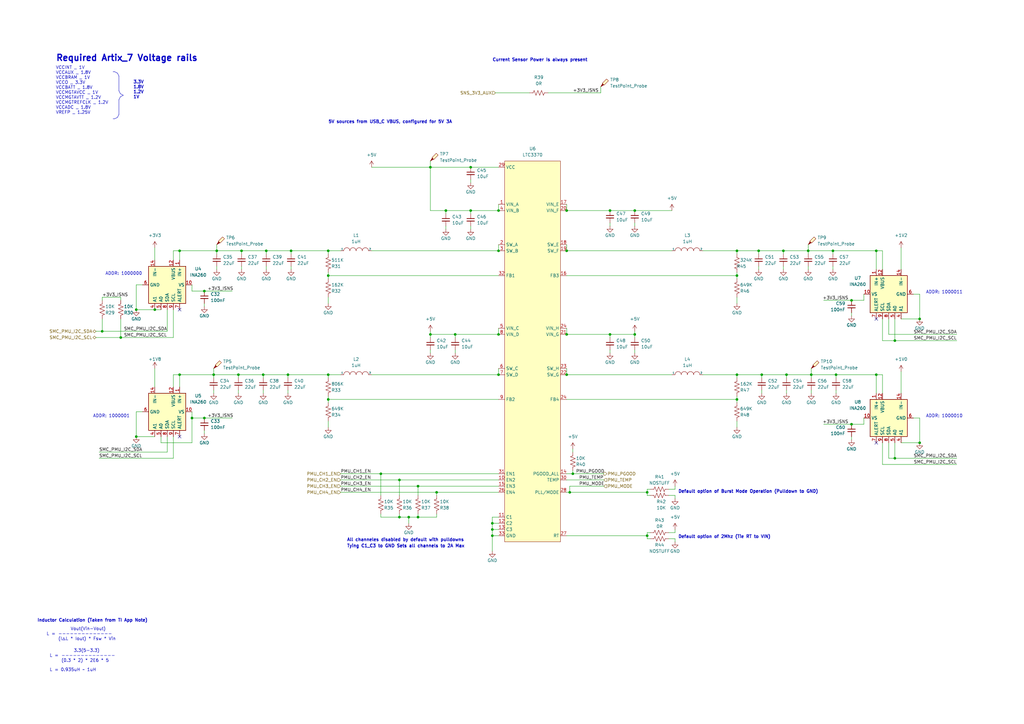
<source format=kicad_sch>
(kicad_sch (version 20211123) (generator eeschema)
  (paper "A3")
  (title_block (title "Power Management Unit") (date "2023-03-01") (rev "A") (comment 1 "Designed by Dragon Enjoyer :3"))
  (junction (at 312.42 153.67))
  (junction (at 83.82 171.45))
  (junction (at 109.22 102.87))
  (junction (at 232.41 86.36))
  (junction (at 171.45 199.39))
  (junction (at 265.43 219.71))
  (junction (at 176.53 137.16))
  (junction (at 367.03 139.7))
  (junction (at 349.25 173.99))
  (junction (at 176.53 68.58))
  (junction (at 78.74 171.45))
  (junction (at 134.62 113.03))
  (junction (at 201.93 219.71))
  (junction (at 311.15 102.87))
  (junction (at 63.5 127))
  (junction (at 302.26 113.03))
  (junction (at 87.63 153.67))
  (junction (at 302.26 102.87))
  (junction (at 359.41 153.67))
  (junction (at 201.93 217.17))
  (junction (at 134.62 163.83))
  (junction (at 167.64 212.09))
  (junction (at 88.9 102.87))
  (junction (at 260.35 86.36))
  (junction (at 232.41 137.16))
  (junction (at 377.19 181.61))
  (junction (at 119.38 102.87))
  (junction (at 349.25 123.19))
  (junction (at 201.93 214.63))
  (junction (at 134.62 102.87))
  (junction (at 49.53 138.43))
  (junction (at 204.47 153.67))
  (junction (at 204.47 102.87))
  (junction (at 73.66 153.67))
  (junction (at 83.82 119.38))
  (junction (at 377.19 130.81))
  (junction (at 171.45 212.09))
  (junction (at 250.19 137.16))
  (junction (at 55.88 127))
  (junction (at 156.21 194.31))
  (junction (at 193.04 86.36))
  (junction (at 179.07 201.93))
  (junction (at 99.06 102.87))
  (junction (at 204.47 86.36))
  (junction (at 97.79 153.67))
  (junction (at 302.26 153.67))
  (junction (at 163.83 196.85))
  (junction (at 193.04 68.58))
  (junction (at 107.95 153.67))
  (junction (at 118.11 153.67))
  (junction (at 250.19 86.36))
  (junction (at 182.88 86.36))
  (junction (at 331.47 102.87))
  (junction (at 367.03 187.96))
  (junction (at 186.69 137.16))
  (junction (at 163.83 212.09))
  (junction (at 260.35 137.16))
  (junction (at 55.88 179.07))
  (junction (at 302.26 163.83))
  (junction (at 321.31 102.87))
  (junction (at 41.91 135.89))
  (junction (at 332.74 153.67))
  (junction (at 234.95 194.31))
  (junction (at 322.58 153.67))
  (junction (at 233.68 201.93))
  (junction (at 265.43 201.93))
  (junction (at 342.9 153.67))
  (junction (at 359.41 102.87))
  (junction (at 204.47 137.16))
  (junction (at 341.63 102.87))
  (junction (at 73.66 102.87))
  (junction (at 232.41 102.87))
  (junction (at 232.41 153.67))
  (junction (at 134.62 153.67))
  (no_connect (at 359.41 181.61))
  (no_connect (at 359.41 130.81))
  (no_connect (at 73.66 179.07))
  (no_connect (at 73.66 127))
  (wire (pts (xy 78.74 119.38) (xy 78.74 116.84)))
  (wire (pts (xy 260.35 137.16) (xy 260.35 135.89)))
  (wire (pts (xy 88.9 104.14) (xy 88.9 102.87)))
  (wire (pts (xy 204.47 151.13) (xy 204.47 153.67)))
  (wire (pts (xy 134.62 162.56) (xy 134.62 163.83)))
  (wire (pts (xy 342.9 153.67) (xy 332.74 153.67)))
  (wire (pts (xy 265.43 200.66) (xy 265.43 201.93)))
  (wire (pts (xy 364.49 130.81) (xy 364.49 137.16)))
  (wire (pts (xy 232.41 151.13) (xy 232.41 153.67)))
  (wire (pts (xy 332.74 161.29) (xy 332.74 160.02)))
  (wire (pts (xy 119.38 110.49) (xy 119.38 109.22)))
  (wire (pts (xy 232.41 102.87) (xy 275.59 102.87)))
  (wire (pts (xy 193.04 68.58) (xy 204.47 68.58)))
  (wire (pts (xy 118.11 153.67) (xy 134.62 153.67)))
  (wire (pts (xy 312.42 161.29) (xy 312.42 160.02)))
  (wire (pts (xy 118.11 153.67) (xy 118.11 154.94)))
  (wire (pts (xy 58.42 116.84) (xy 55.88 116.84)))
  (wire (pts (xy 134.62 102.87) (xy 134.62 104.14)))
  (wire (pts (xy 302.26 153.67) (xy 312.42 153.67)))
  (wire (pts (xy 361.95 181.61) (xy 361.95 190.5)))
  (wire (pts (xy 265.43 219.71) (xy 265.43 220.98)))
  (wire (pts (xy 232.41 137.16) (xy 250.19 137.16)))
  (wire (pts (xy 119.38 102.87) (xy 119.38 104.14)))
  (wire (pts (xy 354.33 173.99) (xy 349.25 173.99)))
  (wire (pts (xy 321.31 102.87) (xy 331.47 102.87)))
  (wire (pts (xy 276.86 220.98) (xy 276.86 222.25)))
  (wire (pts (xy 331.47 110.49) (xy 331.47 109.22)))
  (wire (pts (xy 201.93 214.63) (xy 201.93 217.17)))
  (wire (pts (xy 109.22 110.49) (xy 109.22 109.22)))
  (wire (pts (xy 71.12 179.07) (xy 71.12 187.96)))
  (wire (pts (xy 176.53 137.16) (xy 186.69 137.16)))
  (wire (pts (xy 182.88 86.36) (xy 193.04 86.36)))
  (wire (pts (xy 163.83 196.85) (xy 163.83 203.2)))
  (wire (pts (xy 66.04 179.07) (xy 66.04 181.61)))
  (wire (pts (xy 134.62 153.67) (xy 134.62 154.94)))
  (wire (pts (xy 342.9 154.94) (xy 342.9 153.67)))
  (wire (pts (xy 250.19 144.78) (xy 250.19 143.51)))
  (wire (pts (xy 134.62 111.76) (xy 134.62 113.03)))
  (wire (pts (xy 201.93 217.17) (xy 204.47 217.17)))
  (wire (pts (xy 232.41 86.36) (xy 250.19 86.36)))
  (wire (pts (xy 41.91 121.92) (xy 41.91 123.19)))
  (wire (pts (xy 232.41 153.67) (xy 275.59 153.67)))
  (wire (pts (xy 302.26 113.03) (xy 302.26 114.3)))
  (wire (pts (xy 331.47 104.14) (xy 331.47 102.87)))
  (wire (pts (xy 179.07 201.93) (xy 204.47 201.93)))
  (wire (pts (xy 167.64 212.09) (xy 171.45 212.09)))
  (wire (pts (xy 233.68 201.93) (xy 233.68 199.39)))
  (wire (pts (xy 134.62 163.83) (xy 134.62 165.1)))
  (wire (pts (xy 87.63 153.67) (xy 97.79 153.67)))
  (wire (pts (xy 331.47 100.33) (xy 331.47 102.87)))
  (wire (pts (xy 73.66 102.87) (xy 73.66 106.68)))
  (wire (pts (xy 342.9 153.67) (xy 359.41 153.67)))
  (wire (pts (xy 176.53 144.78) (xy 176.53 143.51)))
  (wire (pts (xy 186.69 138.43) (xy 186.69 137.16)))
  (wire (pts (xy 176.53 138.43) (xy 176.53 137.16)))
  (wire (pts (xy 109.22 104.14) (xy 109.22 102.87)))
  (wire (pts (xy 341.63 110.49) (xy 341.63 109.22)))
  (wire (pts (xy 171.45 212.09) (xy 179.07 212.09)))
  (wire (pts (xy 312.42 153.67) (xy 312.42 154.94)))
  (wire (pts (xy 83.82 119.38) (xy 95.25 119.38)))
  (wire (pts (xy 302.26 111.76) (xy 302.26 113.03)))
  (wire (pts (xy 87.63 161.29) (xy 87.63 160.02)))
  (wire (pts (xy 377.19 130.81) (xy 369.57 130.81)))
  (wire (pts (xy 156.21 212.09) (xy 163.83 212.09)))
  (wire (pts (xy 232.41 194.31) (xy 234.95 194.31)))
  (wire (pts (xy 71.12 158.75) (xy 71.12 153.67)))
  (wire (pts (xy 176.53 135.89) (xy 176.53 137.16)))
  (wire (pts (xy 204.47 134.62) (xy 204.47 137.16)))
  (wire (pts (xy 55.88 179.07) (xy 63.5 179.07)))
  (wire (pts (xy 359.41 102.87) (xy 359.41 110.49)))
  (wire (pts (xy 55.88 168.91) (xy 55.88 179.07)))
  (wire (pts (xy 193.04 86.36) (xy 204.47 86.36)))
  (wire (pts (xy 40.64 187.96) (xy 71.12 187.96)))
  (wire (pts (xy 71.12 127) (xy 71.12 138.43)))
  (wire (pts (xy 349.25 173.99) (xy 337.82 173.99)))
  (wire (pts (xy 250.19 92.71) (xy 250.19 91.44)))
  (wire (pts (xy 139.7 196.85) (xy 163.83 196.85)))
  (wire (pts (xy 71.12 153.67) (xy 73.66 153.67)))
  (wire (pts (xy 83.82 124.46) (xy 83.82 125.73)))
  (wire (pts (xy 302.26 102.87) (xy 302.26 104.14)))
  (wire (pts (xy 58.42 168.91) (xy 55.88 168.91)))
  (wire (pts (xy 332.74 151.13) (xy 332.74 153.67)))
  (wire (pts (xy 302.26 163.83) (xy 302.26 165.1)))
  (wire (pts (xy 201.93 212.09) (xy 201.93 214.63)))
  (wire (pts (xy 260.35 144.78) (xy 260.35 143.51)))
  (wire (pts (xy 361.95 110.49) (xy 361.95 102.87)))
  (wire (pts (xy 374.65 120.65) (xy 377.19 120.65)))
  (wire (pts (xy 73.66 153.67) (xy 87.63 153.67)))
  (wire (pts (xy 302.26 153.67) (xy 302.26 154.94)))
  (wire (pts (xy 99.06 102.87) (xy 99.06 104.14)))
  (wire (pts (xy 88.9 100.33) (xy 88.9 102.87)))
  (wire (pts (xy 265.43 218.44) (xy 265.43 219.71)))
  (wire (pts (xy 87.63 151.13) (xy 87.63 153.67)))
  (wire (pts (xy 171.45 199.39) (xy 171.45 203.2)))
  (wire (pts (xy 182.88 93.98) (xy 182.88 92.71)))
  (wire (pts (xy 63.5 106.68) (xy 63.5 101.6)))
  (wire (pts (xy 288.29 102.87) (xy 302.26 102.87)))
  (wire (pts (xy 88.9 102.87) (xy 99.06 102.87)))
  (wire (pts (xy 193.04 87.63) (xy 193.04 86.36)))
  (wire (pts (xy 49.53 121.92) (xy 41.91 121.92)))
  (wire (pts (xy 260.35 92.71) (xy 260.35 91.44)))
  (wire (pts (xy 250.19 86.36) (xy 260.35 86.36)))
  (wire (pts (xy 274.32 203.2) (xy 276.86 203.2)))
  (wire (pts (xy 361.95 190.5) (xy 392.43 190.5)))
  (wire (pts (xy 232.41 201.93) (xy 233.68 201.93)))
  (wire (pts (xy 176.53 66.04) (xy 176.53 68.58)))
  (wire (pts (xy 119.38 102.87) (xy 134.62 102.87)))
  (wire (pts (xy 83.82 171.45) (xy 95.25 171.45)))
  (wire (pts (xy 341.63 102.87) (xy 341.63 104.14)))
  (wire (pts (xy 234.95 184.15) (xy 234.95 185.42)))
  (wire (pts (xy 392.43 137.16) (xy 364.49 137.16)))
  (wire (pts (xy 311.15 102.87) (xy 321.31 102.87)))
  (wire (pts (xy 354.33 173.99) (xy 354.33 171.45)))
  (wire (pts (xy 377.19 171.45) (xy 377.19 181.61)))
  (wire (pts (xy 367.03 181.61) (xy 367.03 187.96)))
  (wire (pts (xy 163.83 196.85) (xy 204.47 196.85)))
  (wire (pts (xy 201.93 214.63) (xy 204.47 214.63)))
  (wire (pts (xy 364.49 181.61) (xy 364.49 187.96)))
  (wire (pts (xy 134.62 113.03) (xy 204.47 113.03)))
  (wire (pts (xy 73.66 102.87) (xy 88.9 102.87)))
  (wire (pts (xy 83.82 176.53) (xy 83.82 177.8)))
  (wire (pts (xy 193.04 93.98) (xy 193.04 92.71)))
  (wire (pts (xy 171.45 199.39) (xy 204.47 199.39)))
  (wire (pts (xy 367.03 139.7) (xy 361.95 139.7)))
  (wire (pts (xy 302.26 162.56) (xy 302.26 163.83)))
  (wire (pts (xy 332.74 153.67) (xy 332.74 154.94)))
  (wire (pts (xy 139.7 201.93) (xy 179.07 201.93)))
  (wire (pts (xy 232.41 83.82) (xy 232.41 86.36)))
  (wire (pts (xy 311.15 104.14) (xy 311.15 102.87)))
  (wire (pts (xy 233.68 201.93) (xy 265.43 201.93)))
  (wire (pts (xy 152.4 102.87) (xy 204.47 102.87)))
  (wire (pts (xy 265.43 220.98) (xy 266.7 220.98)))
  (wire (pts (xy 78.74 119.38) (xy 83.82 119.38)))
  (wire (pts (xy 266.7 218.44) (xy 265.43 218.44)))
  (wire (pts (xy 97.79 153.67) (xy 97.79 154.94)))
  (wire (pts (xy 266.7 200.66) (xy 265.43 200.66)))
  (wire (pts (xy 134.62 172.72) (xy 134.62 175.26)))
  (wire (pts (xy 341.63 102.87) (xy 359.41 102.87)))
  (wire (pts (xy 134.62 113.03) (xy 134.62 114.3)))
  (wire (pts (xy 41.91 135.89) (xy 68.58 135.89)))
  (wire (pts (xy 274.32 200.66) (xy 276.86 200.66)))
  (wire (pts (xy 139.7 194.31) (xy 156.21 194.31)))
  (wire (pts (xy 41.91 130.81) (xy 41.91 135.89)))
  (wire (pts (xy 302.26 121.92) (xy 302.26 124.46)))
  (wire (pts (xy 134.62 153.67) (xy 139.7 153.67)))
  (wire (pts (xy 204.47 100.33) (xy 204.47 102.87)))
  (wire (pts (xy 171.45 210.82) (xy 171.45 212.09)))
  (wire (pts (xy 311.15 110.49) (xy 311.15 109.22)))
  (wire (pts (xy 179.07 210.82) (xy 179.07 212.09)))
  (wire (pts (xy 250.19 138.43) (xy 250.19 137.16)))
  (wire (pts (xy 288.29 153.67) (xy 302.26 153.67)))
  (wire (pts (xy 232.41 219.71) (xy 265.43 219.71)))
  (wire (pts (xy 361.95 130.81) (xy 361.95 139.7)))
  (wire (pts (xy 156.21 194.31) (xy 156.21 203.2)))
  (wire (pts (xy 39.37 135.89) (xy 41.91 135.89)))
  (wire (pts (xy 78.74 171.45) (xy 78.74 181.61)))
  (wire (pts (xy 99.06 110.49) (xy 99.06 109.22)))
  (wire (pts (xy 234.95 194.31) (xy 247.65 194.31)))
  (wire (pts (xy 232.41 196.85) (xy 247.65 196.85)))
  (wire (pts (xy 163.83 210.82) (xy 163.83 212.09)))
  (wire (pts (xy 232.41 134.62) (xy 232.41 137.16)))
  (wire (pts (xy 274.32 220.98) (xy 276.86 220.98)))
  (wire (pts (xy 312.42 153.67) (xy 322.58 153.67)))
  (wire (pts (xy 322.58 154.94) (xy 322.58 153.67)))
  (wire (pts (xy 342.9 161.29) (xy 342.9 160.02)))
  (wire (pts (xy 182.88 87.63) (xy 182.88 86.36)))
  (wire (pts (xy 276.86 217.17) (xy 276.86 218.44)))
  (wire (pts (xy 73.66 102.87) (xy 71.12 102.87)))
  (wire (pts (xy 49.53 123.19) (xy 49.53 121.92)))
  (wire (pts (xy 40.64 185.42) (xy 68.58 185.42)))
  (wire (pts (xy 276.86 199.39) (xy 276.86 200.66)))
  (wire (pts (xy 55.88 116.84) (xy 55.88 127)))
  (wire (pts (xy 186.69 137.16) (xy 204.47 137.16)))
  (wire (pts (xy 302.26 113.03) (xy 232.41 113.03)))
  (wire (pts (xy 361.95 102.87) (xy 359.41 102.87)))
  (wire (pts (xy 367.03 187.96) (xy 392.43 187.96)))
  (wire (pts (xy 392.43 139.7) (xy 367.03 139.7)))
  (wire (pts (xy 276.86 203.2) (xy 276.86 204.47)))
  (wire (pts (xy 107.95 161.29) (xy 107.95 160.02)))
  (wire (pts (xy 156.21 194.31) (xy 204.47 194.31)))
  (wire (pts (xy 71.12 102.87) (xy 71.12 106.68)))
  (wire (pts (xy 193.04 74.93) (xy 193.04 73.66)))
  (wire (pts (xy 369.57 152.4) (xy 369.57 161.29)))
  (wire (pts (xy 152.4 153.67) (xy 204.47 153.67)))
  (wire (pts (xy 322.58 161.29) (xy 322.58 160.02)))
  (wire (pts (xy 265.43 203.2) (xy 266.7 203.2)))
  (wire (pts (xy 331.47 102.87) (xy 341.63 102.87)))
  (wire (pts (xy 246.38 35.56) (xy 246.38 38.1)))
  (wire (pts (xy 118.11 161.29) (xy 118.11 160.02)))
  (wire (pts (xy 322.58 153.67) (xy 332.74 153.67)))
  (wire (pts (xy 361.95 161.29) (xy 361.95 153.67)))
  (wire (pts (xy 201.93 217.17) (xy 201.93 219.71)))
  (wire (pts (xy 163.83 212.09) (xy 167.64 212.09)))
  (wire (pts (xy 186.69 144.78) (xy 186.69 143.51)))
  (wire (pts (xy 68.58 127) (xy 68.58 135.89)))
  (wire (pts (xy 302.26 163.83) (xy 232.41 163.83)))
  (wire (pts (xy 39.37 138.43) (xy 49.53 138.43)))
  (wire (pts (xy 349.25 179.07) (xy 349.25 180.34)))
  (wire (pts (xy 367.03 130.81) (xy 367.03 139.7)))
  (wire (pts (xy 201.93 219.71) (xy 201.93 226.06)))
  (wire (pts (xy 374.65 171.45) (xy 377.19 171.45)))
  (wire (pts (xy 134.62 121.92) (xy 134.62 124.46)))
  (wire (pts (xy 234.95 193.04) (xy 234.95 194.31)))
  (wire (pts (xy 78.74 171.45) (xy 78.74 168.91)))
  (wire (pts (xy 377.19 181.61) (xy 369.57 181.61)))
  (wire (pts (xy 99.06 102.87) (xy 109.22 102.87)))
  (wire (pts (xy 179.07 201.93) (xy 179.07 203.2)))
  (wire (pts (xy 361.95 153.67) (xy 359.41 153.67)))
  (wire (pts (xy 49.53 130.81) (xy 49.53 138.43)))
  (wire (pts (xy 55.88 127) (xy 63.5 127)))
  (wire (pts (xy 134.62 163.83) (xy 204.47 163.83)))
  (wire (pts (xy 260.35 86.36) (xy 275.59 86.36)))
  (wire (pts (xy 134.62 102.87) (xy 139.7 102.87)))
  (wire (pts (xy 204.47 219.71) (xy 201.93 219.71)))
  (wire (pts (xy 152.4 68.58) (xy 176.53 68.58)))
  (wire (pts (xy 97.79 153.67) (xy 107.95 153.67)))
  (wire (pts (xy 97.79 161.29) (xy 97.79 160.02)))
  (wire (pts (xy 354.33 123.19) (xy 349.25 123.19)))
  (wire (pts (xy 232.41 100.33) (xy 232.41 102.87)))
  (wire (pts (xy 182.88 86.36) (xy 176.53 86.36)))
  (wire (pts (xy 68.58 179.07) (xy 68.58 185.42)))
  (wire (pts (xy 364.49 187.96) (xy 367.03 187.96)))
  (wire (pts (xy 369.57 101.6) (xy 369.57 110.49)))
  (wire (pts (xy 109.22 102.87) (xy 119.38 102.87)))
  (wire (pts (xy 49.53 138.43) (xy 71.12 138.43)))
  (wire (pts (xy 349.25 123.19) (xy 337.82 123.19)))
  (wire (pts (xy 87.63 154.94) (xy 87.63 153.67)))
  (wire (pts (xy 156.21 210.82) (xy 156.21 212.09)))
  (wire (pts (xy 204.47 212.09) (xy 201.93 212.09)))
  (wire (pts (xy 359.41 153.67) (xy 359.41 161.29)))
  (wire (pts (xy 274.32 218.44) (xy 276.86 218.44)))
  (wire (pts (xy 377.19 120.65) (xy 377.19 130.81)))
  (wire (pts (xy 349.25 128.27) (xy 349.25 129.54)))
  (wire (pts (xy 78.74 171.45) (xy 83.82 171.45)))
  (wire (pts (xy 107.95 154.94) (xy 107.95 153.67)))
  (wire (pts (xy 176.53 68.58) (xy 176.53 86.36)))
  (wire (pts (xy 302.26 102.87) (xy 311.15 102.87)))
  (wire (pts (xy 302.26 172.72) (xy 302.26 175.26)))
  (wire (pts (xy 260.35 138.43) (xy 260.35 137.16)))
  (wire (pts (xy 204.47 83.82) (xy 204.47 86.36)))
  (wire (pts (xy 73.66 153.67) (xy 73.66 158.75)))
  (wire (pts (xy 233.68 199.39) (xy 247.65 199.39)))
  (wire (pts (xy 321.31 104.14) (xy 321.31 102.87)))
  (wire (pts (xy 107.95 153.67) (xy 118.11 153.67)))
  (wire (pts (xy 265.43 201.93) (xy 265.43 203.2)))
  (wire (pts (xy 250.19 137.16) (xy 260.35 137.16)))
  (wire (pts (xy 63.5 127) (xy 66.04 127)))
  (wire (pts (xy 321.31 110.49) (xy 321.31 109.22)))
  (wire (pts (xy 176.53 68.58) (xy 193.04 68.58)))
  (wire (pts (xy 66.04 181.61) (xy 78.74 181.61)))
  (wire (pts (xy 167.64 212.09) (xy 167.64 214.63)))
  (wire (pts (xy 88.9 110.49) (xy 88.9 109.22)))
  (wire (pts (xy 63.5 158.75) (xy 63.5 151.13)))
  (wire (pts (xy 139.7 199.39) (xy 171.45 199.39)))
  (wire (pts (xy 354.33 123.19) (xy 354.33 120.65)))
  (wire (pts (xy 246.38 38.1) (xy 224.79 38.1)))
  (wire (pts (xy 217.17 38.1) (xy 203.2 38.1)))
  (text "5V sources from USB_C VBUS, configured for 5V 3A" (at 134.62 50.8 0) (effects (font (size 1.27 1.27) (thickness 0.254) bold) (justify left bottom)))
  (text "Default option of 2Mhz (Tie RT to VIN)\n" (at 278.13 220.98 0) (effects (font (size 1.27 1.27) bold) (justify left bottom)))
  (text "ADDR: 1000001\n" (at 38.1 171.45 0) (effects (font (size 1.27 1.27)) (justify left bottom)))
  (text "Tying C1_C3 to GND Sets all channels to 2A Max\n" (at 142.24 224.79 0) (effects (font (size 1.27 1.27) bold) (justify left bottom)))
  (text "ADDR: 1000000" (at 43.18 113.03 0) (effects (font (size 1.27 1.27)) (justify left bottom)))
  (text "}" (at 44.45 45.72 0) (effects (font (size 12.7 12.7)) (justify left bottom)))
  (text "ADDR: 1000010" (at 379.73 171.45 0) (effects (font (size 1.27 1.27)) (justify left bottom)))
  (text "Required Artix_7 Voltage rails\n" (at 22.86 25.4 0) (effects (font (size 2.54 2.54) (thickness 0.508) bold) (justify left bottom)))
  (text "Default option of Burst Mode Operation (Pulldown to GND)\n\n" (at 278.13 204.47 0) (effects (font (size 1.27 1.27) bold) (justify left bottom)))
  (text "3.3V\n1.8V\n1.2V\n1V\n" (at 54.61 40.64 0) (effects (font (size 1.27 1.27) bold) (justify left bottom)))
  (text "      	Vout(Vin-Vout)\nL =	--------------\n	(I△L * Iout) * Fsw * Vin" (at 19.05 262.89 0) (effects (font (size 1.27 1.27)) (justify left bottom)))
  (text "ADDR: 1000011\n" (at 379.73 120.65 0) (effects (font (size 1.27 1.27)) (justify left bottom)))
  (text "All channeles disabled by default with pulldowns\n" (at 142.24 222.25 0) (effects (font (size 1.27 1.27) bold) (justify left bottom)))
  (text "Current Sensor Power Is always present" (at 201.93 25.4 0) (effects (font (size 1.27 1.27) (thickness 0.254) bold) (justify left bottom)))
  (text "L = 0.935uH ~ 1uH" (at 20.32 275.59 0) (effects (font (size 1.27 1.27)) (justify left bottom)))
  (text "VCCINT _ 1V\nVCCAUX _ 1.8V\nVCCBRAM _ 1V\nVCCO _ 3.3V\nVCCBATT _ 1.8V\nVCCMGTAVCC _ 1V\nVCCMGTAVTT _ 1.2V\nVCCMGTREFCLK _ 1.2V\nVCCADC _ 1.8V\nVREFP _ 1.25V" (at 22.86 46.99 0) (effects (font (size 1.27 1.27)) (justify left bottom)))
  (text "      	3.3(5-3.3)\nL =	--------------\n	(0.3 * 2) * 2E6 * 5" (at 20.32 271.78 0) (effects (font (size 1.27 1.27)) (justify left bottom)))
  (text "Inductor Calculation (Taken from TI App Note)" (at 15.24 255.27 0) (effects (font (size 1.27 1.27) (thickness 0.254) bold) (justify left bottom)))
  (label "+3V3_ISNS" (at 85.09 119.38 0))
  (label "PMU_CH4_EN" (at 139.7 201.93 0))
  (label "SMC_PMU_I2C_SCL" (at 50.8 138.43 0))
  (label "PMU_CH2_EN" (at 139.7 196.85 0))
  (label "PMU_CH1_EN" (at 139.7 194.31 0))
  (label "SMC_PMU_I2C_SCL" (at 40.64 187.96 0))
  (label "PMU_MODE" (at 237.49 199.39 0))
  (label "+3V3_ISNS" (at 347.98 123.19 180))
  (label "SMC_PMU_I2C_SDA" (at 50.8 135.89 0))
  (label "PMU_CH3_EN" (at 139.7 199.39 0))
  (label "SMC_PMU_I2C_SCL" (at 392.43 139.7 180))
  (label "+3V3_ISNS" (at 347.98 173.99 180))
  (label "SMC_PMU_I2C_SDA" (at 40.64 185.42 0))
  (label "PMU_TEMP" (at 237.49 196.85 0))
  (label "+3V3_ISNS" (at 234.95 38.1 0))
  (label "+3V3_ISNS" (at 41.91 121.92 0))
  (label "SMC_PMU_I2C_SCL" (at 392.43 190.5 180))
  (label "SMC_PMU_I2C_SDA" (at 392.43 187.96 180))
  (label "+3V3_ISNS" (at 85.09 171.45 0))
  (label "PMU_PGOOD" (at 236.22 194.31 0))
  (label "SMC_PMU_I2C_SDA" (at 392.43 137.16 180))
  (hierarchical_label "PMU_PGOOD" (shape output) (at 247.65 194.31 0))
  (hierarchical_label "PMU_CH3_EN" (shape input) (at 139.7 199.39 180))
  (hierarchical_label "SNS_3V3_AUX" (shape input) (at 203.2 38.1 180))
  (hierarchical_label "PMU_CH2_EN" (shape input) (at 139.7 196.85 180))
  (hierarchical_label "SMC_PMU_I2C_SDA" (shape bidirectional) (at 39.37 135.89 180))
  (hierarchical_label "PMU_TEMP" (shape input) (at 247.65 196.85 0))
  (hierarchical_label "PMU_CH4_EN" (shape input) (at 139.7 201.93 180))
  (hierarchical_label "PMU_MODE" (shape input) (at 247.65 199.39 0))
  (hierarchical_label "SMC_PMU_I2C_SCL" (shape bidirectional) (at 39.37 138.43 180))
  (hierarchical_label "PMU_CH1_EN" (shape input) (at 139.7 194.31 180))
  (symbol (lib_id "power:GND") (at 99.06 110.49 0) (unit 1)
    (property "Reference" "#PWR068" (effects hide))
    (property "Value" "GND" (at 99.06 114.3 0))
  )
  (symbol (lib_id "power:GND") (at 312.42 161.29 0) (unit 1)
    (property "Reference" "#PWR098" (effects hide))
    (property "Value" "GND" (at 312.42 165.1 0))
  )
  (symbol (lib_id "Device:R_US") (at 134.62 158.75 0) (mirror y) (unit 1)
    (property "Reference" "R33" (at 135.89 160.02 0) (effects (justify right)))
    (property "Value" "806K" (at 135.89 157.48 0) (effects (justify right)))
    (property "Footprint" "Resistor_SMD:R_0402_1005Metric" (effects hide))
    (property "Datasheet" "https://www.mouser.com/datasheet/2/447/PYu_RC_Group_51_RoHS_L_11-1984063.pdf" (effects hide))
    (property "MFR PN" "RC0402FR-07806KL" (effects hide))
  )
  (symbol (lib_id "Device:R_US") (at 270.51 218.44 90) (unit 1)
    (property "Reference" "R43" (at 270.51 213.36 90))
    (property "Value" "0R" (at 270.51 215.9 90))
    (property "Footprint" "Resistor_SMD:R_0402_1005Metric" (effects hide))
    (property "MRF PN" "RC0402FR-070RL" (effects hide))
  )
  (symbol (lib_id "Device:R_US") (at 134.62 118.11 0) (mirror y) (unit 1)
    (property "Reference" "R32" (at 135.89 119.38 0) (effects (justify right)))
    (property "Value" "162K" (at 135.89 116.84 0) (effects (justify right)))
    (property "Footprint" "Resistor_SMD:R_0402_1005Metric" (effects hide))
    (property "Datasheet" "https://www.mouser.com/datasheet/2/447/PYu_RC_Group_51_RoHS_L_11-1984063.pdf" (effects hide))
    (property "MFR PN" "RC0402FR-07162KL" (effects hide))
  )
  (symbol (lib_id "power:GND") (at 107.95 161.29 0) (unit 1)
    (property "Reference" "#PWR069" (effects hide))
    (property "Value" "GND" (at 107.95 165.1 0))
  )
  (symbol (lib_id "power:GND") (at 377.19 181.61 0) (mirror y) (unit 1)
    (property "Reference" "#PWR0110" (effects hide))
    (property "Value" "GND" (at 377.19 185.42 0))
  )
  (symbol (lib_id "power:GND") (at 302.26 124.46 0) (mirror y) (unit 1)
    (property "Reference" "#PWR095" (effects hide))
    (property "Value" "GND" (at 302.26 128.27 0))
  )
  (symbol (lib_id "Device:C_Small") (at 260.35 140.97 0) (unit 1)
    (property "Reference" "C50" (at 262.89 139.7062 0) (effects (justify left)))
    (property "Value" "10uF" (at 262.89 142.2462 0) (effects (justify left)))
    (property "Footprint" "Capacitor_SMD:C_0805_2012Metric" (effects hide))
    (property "Datasheet" "https://www.mouser.com/datasheet/2/281/1/GRM21BC71E106KE01_01A-3044309.pdf" (effects hide))
    (property "MFR PN" "GRM21BC71E106KE01K" (effects hide))
  )
  (symbol (lib_id "Device:R_US") (at 302.26 158.75 0) (mirror y) (unit 1)
    (property "Reference" "R47" (at 303.53 160.02 0) (effects (justify right)))
    (property "Value" "162K" (at 303.53 157.48 0) (effects (justify right)))
    (property "Footprint" "Resistor_SMD:R_0402_1005Metric" (effects hide))
    (property "Datasheet" "https://www.mouser.com/datasheet/2/447/PYu_RC_Group_51_RoHS_L_11-1984063.pdf" (effects hide))
    (property "MFR PN" "RC0402FR-07162KL" (effects hide))
  )
  (symbol (lib_id "Sensor:INA260") (at 364.49 171.45 90) (mirror x) (unit 1)
    (property "Reference" "U8" (at 351.79 164.8712 90))
    (property "Value" "INA260" (at 351.79 167.4112 90))
    (property "Footprint" "Package_SO:TSSOP-16_4.4x5mm_P0.65mm" (effects hide))
    (property "Datasheet" "http://www.ti.com/lit/ds/symlink/ina260.pdf" (effects hide))
  )
  (symbol (lib_id "power:GND") (at 83.82 177.8 0) (unit 1)
    (property "Reference" "#PWR064" (effects hide))
    (property "Value" "GND" (at 83.82 181.61 0))
  )
  (symbol (lib_id "power:GND") (at 186.69 144.78 0) (unit 1)
    (property "Reference" "#PWR080" (effects hide))
    (property "Value" "GND" (at 186.69 148.59 0))
  )
  (symbol (lib_id "Device:C_Small") (at 107.95 157.48 0) (unit 1)
    (property "Reference" "C38" (at 110.49 156.2162 0) (effects (justify left)))
    (property "Value" "22uF" (at 110.49 158.7562 0) (effects (justify left)))
    (property "Footprint" "Capacitor_SMD:C_1206_3216Metric" (effects hide))
    (property "Datasheet" "https://www.mouser.com/datasheet/2/281/GCM31CR71A226KE02_01-1969540.pdf" (effects hide))
    (property "MFR PN" "GCM31CR71A226KE02L" (effects hide))
  )
  (symbol (lib_id "power:GND") (at 119.38 110.49 0) (unit 1)
    (property "Reference" "#PWR072" (effects hide))
    (property "Value" "GND" (at 119.38 114.3 0))
  )
  (symbol (lib_id "power:GND") (at 276.86 222.25 0) (mirror y) (unit 1)
    (property "Reference" "#PWR094" (effects hide))
    (property "Value" "GND" (at 276.86 226.06 0))
  )
  (symbol (lib_id "Device:C_Small") (at 193.04 90.17 0) (unit 1)
    (property "Reference" "C46" (at 195.58 88.9062 0) (effects (justify left)))
    (property "Value" "10uF" (at 195.58 91.4462 0) (effects (justify left)))
    (property "Footprint" "Capacitor_SMD:C_0805_2012Metric" (effects hide))
    (property "Datasheet" "https://www.mouser.com/datasheet/2/281/1/GRM21BC71E106KE01_01A-3044309.pdf" (effects hide))
    (property "MFR PN" "GRM21BC71E106KE01K" (effects hide))
  )
  (symbol (lib_id "Sensor:INA260") (at 68.58 168.91 270) (unit 1)
    (property "Reference" "U5" (at 81.28 162.3312 90))
    (property "Value" "INA260" (at 81.28 164.8712 90))
    (property "Footprint" "Package_SO:TSSOP-16_4.4x5mm_P0.65mm" (effects hide))
    (property "Datasheet" "http://www.ti.com/lit/ds/symlink/ina260.pdf" (effects hide))
  )
  (symbol (lib_id "Device:R_US") (at 270.51 200.66 90) (unit 1)
    (property "Reference" "R41" (at 270.51 195.58 90))
    (property "Value" "NOSTUFF" (at 270.51 198.12 90))
    (property "Footprint" "Resistor_SMD:R_0402_1005Metric" (effects hide))
  )
  (symbol (lib_id "Device:R_US") (at 156.21 207.01 0) (mirror y) (unit 1)
    (property "Reference" "R35" (at 157.48 208.28 0) (effects (justify right)))
    (property "Value" "10K" (at 157.48 205.74 0) (effects (justify right)))
    (property "Footprint" "Resistor_SMD:R_0402_1005Metric" (effects hide))
    (property "MFR PN" "RC0402FR-0710KP" (effects hide))
  )
  (symbol (lib_id "Device:R_US") (at 134.62 107.95 0) (mirror y) (unit 1)
    (property "Reference" "R31" (at 135.89 109.22 0) (effects (justify right)))
    (property "Value" "511K" (at 135.89 106.68 0) (effects (justify right)))
    (property "Footprint" "Resistor_SMD:R_0402_1005Metric" (effects hide))
    (property "Datasheet" "https://www.mouser.com/datasheet/2/427/crcwce3-1762584.pdf" (effects hide))
    (property "MFR PN" "CRCW0402511KFKEDC" (effects hide))
  )
  (symbol (lib_id "power:GND") (at 118.11 161.29 0) (unit 1)
    (property "Reference" "#PWR071" (effects hide))
    (property "Value" "GND" (at 118.11 165.1 0))
  )
  (symbol (lib_id "power:GND") (at 377.19 130.81 0) (mirror y) (unit 1)
    (property "Reference" "#PWR0109" (effects hide))
    (property "Value" "GND" (at 377.19 134.62 0))
  )
  (symbol (lib_id "power:GND") (at 109.22 110.49 0) (unit 1)
    (property "Reference" "#PWR070" (effects hide))
    (property "Value" "GND" (at 109.22 114.3 0))
  )
  (symbol (lib_id "power:+5V") (at 176.53 135.89 0) (unit 1)
    (property "Reference" "#PWR077" (effects hide))
    (property "Value" "+5V" (at 176.53 130.81 0))
  )
  (symbol (lib_id "power:+5V") (at 276.86 199.39 0) (unit 1)
    (property "Reference" "#PWR091" (effects hide))
    (property "Value" "+5V" (at 276.86 194.31 0))
  )
  (symbol (lib_id "Connector:TestPoint_Probe") (at 246.38 35.56 0) (unit 1)
    (property "Reference" "TP8" (at 250.19 32.7024 0) (effects (justify left)))
    (property "Value" "TestPoint_Probe" (at 250.19 35.2424 0) (effects (justify left)))
    (property "Footprint" "TestPoint:TestPoint_Loop_D2.50mm_Drill1.85mm" (effects hide))
  )
  (symbol (lib_id "power:GND") (at 176.53 144.78 0) (unit 1)
    (property "Reference" "#PWR078" (effects hide))
    (property "Value" "GND" (at 176.53 148.59 0))
  )
  (symbol (lib_id "Device:C_Small") (at 250.19 88.9 0) (unit 1)
    (property "Reference" "C47" (at 252.73 87.6362 0) (effects (justify left)))
    (property "Value" "10uF" (at 252.73 90.1762 0) (effects (justify left)))
    (property "Footprint" "Capacitor_SMD:C_0805_2012Metric" (effects hide))
    (property "Datasheet" "https://www.mouser.com/datasheet/2/281/1/GRM21BC71E106KE01_01A-3044309.pdf" (effects hide))
    (property "MFR PN" "GRM21BC71E106KE01K" (effects hide))
  )
  (symbol (lib_id "power:GND") (at 55.88 127 0) (unit 1)
    (property "Reference" "#PWR059" (effects hide))
    (property "Value" "GND" (at 55.88 130.81 0))
  )
  (symbol (lib_id "Device:R_US") (at 302.26 118.11 0) (mirror y) (unit 1)
    (property "Reference" "R46" (at 303.53 119.38 0) (effects (justify right)))
    (property "Value" "649K" (at 303.53 116.84 0) (effects (justify right)))
    (property "Footprint" "Resistor_SMD:R_0402_1005Metric" (effects hide))
    (property "Datasheet" "https://www.mouser.com/datasheet/2/427/crcwce3-1762584.pdf" (effects hide))
    (property "MFR PN" "CRCW0402649KFKEDC" (effects hide))
  )
  (symbol (lib_id "Device:C_Small") (at 321.31 106.68 0) (unit 1)
    (property "Reference" "C53" (at 323.85 105.4162 0) (effects (justify left)))
    (property "Value" "22uF" (at 323.85 107.9562 0) (effects (justify left)))
    (property "Footprint" "Capacitor_SMD:C_1206_3216Metric" (effects hide))
    (property "Datasheet" "https://www.mouser.com/datasheet/2/281/GCM31CR71A226KE02_01-1969540.pdf" (effects hide))
    (property "MFR PN" "GCM31CR71A226KE02L" (effects hide))
  )
  (symbol (lib_id "power:+3V3") (at 63.5 101.6 0) (unit 1)
    (property "Reference" "#PWR061" (effects hide))
    (property "Value" "+3V3" (at 63.5 96.52 0))
  )
  (symbol (lib_id "pspice:INDUCTOR") (at 146.05 102.87 0) (unit 1)
    (property "Reference" "L1" (at 146.05 96.52 0))
    (property "Value" "1uH" (at 146.05 99.06 0))
    (property "Footprint" "Inductor_SMD:L_Coilcraft_XxL4020" (effects hide))
    (property "Datasheet" "https://www.mouser.com/datasheet/2/597/xfl4020-270756.pdf" (effects hide))
    (property "MFR PN" "XFL4020-102MEC " (effects hide))
  )
  (symbol (lib_id "power:GND") (at 332.74 161.29 0) (unit 1)
    (property "Reference" "#PWR0102" (effects hide))
    (property "Value" "GND" (at 332.74 165.1 0))
  )
  (symbol (lib_id "Device:C_Small") (at 311.15 106.68 0) (unit 1)
    (property "Reference" "C51" (at 313.69 105.4162 0) (effects (justify left)))
    (property "Value" "22uF" (at 313.69 107.9562 0) (effects (justify left)))
    (property "Footprint" "Capacitor_SMD:C_1206_3216Metric" (effects hide))
    (property "Datasheet" "https://www.mouser.com/datasheet/2/281/GCM31CR71A226KE02_01-1969540.pdf" (effects hide))
    (property "MFR PN" "GCM31CR71A226KE02L" (effects hide))
  )
  (symbol (lib_id "Device:C_Small") (at 193.04 71.12 0) (unit 1)
    (property "Reference" "C45" (at 195.58 69.8562 0) (effects (justify left)))
    (property "Value" "10uF" (at 195.58 72.3962 0) (effects (justify left)))
    (property "Footprint" "Capacitor_SMD:C_0805_2012Metric" (effects hide))
    (property "Datasheet" "https://www.mouser.com/datasheet/2/281/1/GRM21BC71E106KE01_01A-3044309.pdf" (effects hide))
    (property "MFR PN" "GRM21BC71E106KE01K" (effects hide))
  )
  (symbol (lib_id "power:GND") (at 167.64 214.63 0) (mirror y) (unit 1)
    (property "Reference" "#PWR076" (effects hide))
    (property "Value" "GND" (at 167.64 218.44 0))
  )
  (symbol (lib_id "power:GND") (at 302.26 175.26 0) (mirror y) (unit 1)
    (property "Reference" "#PWR096" (effects hide))
    (property "Value" "GND" (at 302.26 179.07 0))
  )
  (symbol (lib_id "Device:R_US") (at 270.51 220.98 90) (unit 1)
    (property "Reference" "R44" (at 270.51 223.52 90))
    (property "Value" "NOSTUFF" (at 270.51 226.06 90))
    (property "Footprint" "Resistor_SMD:R_0402_1005Metric" (effects hide))
  )
  (symbol (lib_id "Device:C_Small") (at 260.35 88.9 0) (unit 1)
    (property "Reference" "C49" (at 262.89 87.6362 0) (effects (justify left)))
    (property "Value" "10uF" (at 262.89 90.1762 0) (effects (justify left)))
    (property "Footprint" "Capacitor_SMD:C_0805_2012Metric" (effects hide))
    (property "Datasheet" "https://www.mouser.com/datasheet/2/281/1/GRM21BC71E106KE01_01A-3044309.pdf" (effects hide))
    (property "MFR PN" "GRM21BC71E106KE01K" (effects hide))
  )
  (symbol (lib_id "power:GND") (at 322.58 161.29 0) (unit 1)
    (property "Reference" "#PWR0100" (effects hide))
    (property "Value" "GND" (at 322.58 165.1 0))
  )
  (symbol (lib_id "pspice:INDUCTOR") (at 281.94 153.67 0) (unit 1)
    (property "Reference" "L4" (at 281.94 147.32 0))
    (property "Value" "1uH" (at 281.94 149.86 0))
    (property "Footprint" "Inductor_SMD:L_Coilcraft_XxL4020" (effects hide))
    (property "Datasheet" "https://www.mouser.com/datasheet/2/597/xfl4020-270756.pdf" (effects hide))
    (property "MFR PN" "XFL4020-102MEC " (effects hide))
  )
  (symbol (lib_id "power:+5V") (at 276.86 217.17 0) (unit 1)
    (property "Reference" "#PWR093" (effects hide))
    (property "Value" "+5V" (at 276.86 212.09 0))
  )
  (symbol (lib_id "Device:R_US") (at 163.83 207.01 0) (mirror y) (unit 1)
    (property "Reference" "R36" (at 165.1 208.28 0) (effects (justify right)))
    (property "Value" "10K" (at 165.1 205.74 0) (effects (justify right)))
    (property "Footprint" "Resistor_SMD:R_0402_1005Metric" (effects hide))
    (property "MFR PN" "RC0402FR-0710KP" (effects hide))
  )
  (symbol (lib_id "power:GND") (at 321.31 110.49 0) (unit 1)
    (property "Reference" "#PWR099" (effects hide))
    (property "Value" "GND" (at 321.31 114.3 0))
  )
  (symbol (lib_id "Connector:TestPoint_Probe") (at 87.63 151.13 0) (unit 1)
    (property "Reference" "TP5" (at 91.44 148.2724 0) (effects (justify left)))
    (property "Value" "TestPoint_Probe" (at 91.44 150.8124 0) (effects (justify left)))
    (property "Footprint" "TestPoint:TestPoint_Loop_D2.50mm_Drill1.85mm" (effects hide))
  )
  (symbol (lib_id "Regulator_Switching:LTC3370") (at 207.01 147.32 0) (unit 1)
    (property "Reference" "U6" (at 218.44 60.96 0))
    (property "Value" "LTC3370" (at 218.44 63.5 0))
    (property "Footprint" "Package_DFN_QFN:QFN-32-1EP_5x5mm_P0.5mm_EP3.45x3.45mm_ThermalVias" (effects hide))
    (property "Datasheet" "https://www.analog.com/media/en/technical-documentation/data-sheets/3370fb.pdf" (effects hide))
    (property "MFR PN" "LTC3370IUH#PBF" (effects hide))
  )
  (symbol (lib_id "Device:C_Small") (at 176.53 140.97 0) (unit 1)
    (property "Reference" "C42" (at 179.07 139.7062 0) (effects (justify left)))
    (property "Value" "10uF" (at 179.07 142.2462 0) (effects (justify left)))
    (property "Footprint" "Capacitor_SMD:C_0805_2012Metric" (effects hide))
    (property "Datasheet" "https://www.mouser.com/datasheet/2/281/1/GRM21BC71E106KE01_01A-3044309.pdf" (effects hide))
    (property "MFR PN" "GRM21BC71E106KE01K" (effects hide))
  )
  (symbol (lib_id "power:GND") (at 349.25 129.54 0) (mirror y) (unit 1)
    (property "Reference" "#PWR0105" (effects hide))
    (property "Value" "GND" (at 349.25 133.35 0))
  )
  (symbol (lib_id "power:GND") (at 201.93 226.06 0) (mirror y) (unit 1)
    (property "Reference" "#PWR083" (effects hide))
    (property "Value" "GND" (at 201.93 229.87 0))
  )
  (symbol (lib_id "power:+1V2") (at 369.57 101.6 0) (unit 1)
    (property "Reference" "#PWR0107" (effects hide))
    (property "Value" "+1V2" (at 369.57 96.52 0))
  )
  (symbol (lib_id "Device:C_Small") (at 349.25 176.53 0) (mirror y) (unit 1)
    (property "Reference" "C60" (at 346.71 175.2662 0) (effects (justify left)))
    (property "Value" "100nF" (at 346.71 177.8062 0) (effects (justify left)))
    (property "Footprint" "Capacitor_SMD:C_0402_1005Metric" (effects hide))
    (property "MFR PN" "GRM155R71H104ME14J" (effects hide))
  )
  (symbol (lib_id "power:GND") (at 260.35 92.71 0) (mirror y) (unit 1)
    (property "Reference" "#PWR087" (effects hide))
    (property "Value" "GND" (at 260.35 96.52 0))
  )
  (symbol (lib_id "power:GND") (at 341.63 110.49 0) (unit 1)
    (property "Reference" "#PWR0103" (effects hide))
    (property "Value" "GND" (at 341.63 114.3 0))
  )
  (symbol (lib_id "power:+5V") (at 275.59 86.36 0) (unit 1)
    (property "Reference" "#PWR090" (effects hide))
    (property "Value" "+5V" (at 275.59 81.28 0))
  )
  (symbol (lib_id "Connector:TestPoint_Probe") (at 331.47 100.33 0) (unit 1)
    (property "Reference" "TP9" (at 335.28 97.4724 0) (effects (justify left)))
    (property "Value" "TestPoint_Probe" (at 335.28 100.0124 0) (effects (justify left)))
    (property "Footprint" "TestPoint:TestPoint_Loop_D2.50mm_Drill1.85mm" (effects hide))
  )
  (symbol (lib_id "power:GND") (at 193.04 74.93 0) (unit 1)
    (property "Reference" "#PWR081" (effects hide))
    (property "Value" "GND" (at 193.04 78.74 0))
  )
  (symbol (lib_id "power:GND") (at 260.35 144.78 0) (mirror y) (unit 1)
    (property "Reference" "#PWR089" (effects hide))
    (property "Value" "GND" (at 260.35 148.59 0))
  )
  (symbol (lib_id "Device:R_US") (at 179.07 207.01 0) (mirror y) (unit 1)
    (property "Reference" "R38" (at 180.34 208.28 0) (effects (justify right)))
    (property "Value" "10K" (at 180.34 205.74 0) (effects (justify right)))
    (property "Footprint" "Resistor_SMD:R_0402_1005Metric" (effects hide))
    (property "MFR PN" "RC0402FR-0710KP" (effects hide))
  )
  (symbol (lib_id "power:GND") (at 87.63 161.29 0) (unit 1)
    (property "Reference" "#PWR065" (effects hide))
    (property "Value" "GND" (at 87.63 165.1 0))
  )
  (symbol (lib_id "Device:C_Small") (at 83.82 121.92 0) (unit 1)
    (property "Reference" "C32" (at 86.36 120.6562 0) (effects (justify left)))
    (property "Value" "100nF" (at 86.36 123.1962 0) (effects (justify left)))
    (property "Footprint" "Capacitor_SMD:C_0402_1005Metric" (effects hide))
    (property "MFR PN" "GRM155R71H104ME14J" (effects hide))
  )
  (symbol (lib_id "Connector:TestPoint_Probe") (at 332.74 151.13 0) (unit 1)
    (property "Reference" "TP10" (at 336.55 148.2724 0) (effects (justify left)))
    (property "Value" "TestPoint_Probe" (at 336.55 150.8124 0) (effects (justify left)))
    (property "Footprint" "TestPoint:TestPoint_Loop_D2.50mm_Drill1.85mm" (effects hide))
  )
  (symbol (lib_id "Device:C_Small") (at 250.19 140.97 0) (unit 1)
    (property "Reference" "C48" (at 252.73 139.7062 0) (effects (justify left)))
    (property "Value" "10uF" (at 252.73 142.2462 0) (effects (justify left)))
    (property "Footprint" "Capacitor_SMD:C_0805_2012Metric" (effects hide))
    (property "Datasheet" "https://www.mouser.com/datasheet/2/281/1/GRM21BC71E106KE01_01A-3044309.pdf" (effects hide))
    (property "MFR PN" "GRM21BC71E106KE01K" (effects hide))
  )
  (symbol (lib_id "power:GND") (at 331.47 110.49 0) (unit 1)
    (property "Reference" "#PWR0101" (effects hide))
    (property "Value" "GND" (at 331.47 114.3 0))
  )
  (symbol (lib_id "Device:C_Small") (at 109.22 106.68 0) (unit 1)
    (property "Reference" "C39" (at 111.76 105.4162 0) (effects (justify left)))
    (property "Value" "22uF" (at 111.76 107.9562 0) (effects (justify left)))
    (property "Footprint" "Capacitor_SMD:C_1206_3216Metric" (effects hide))
    (property "Datasheet" "https://www.mouser.com/datasheet/2/281/GCM31CR71A226KE02_01-1969540.pdf" (effects hide))
    (property "MFR PN" "GCM31CR71A226KE02L" (effects hide))
  )
  (symbol (lib_id "Device:R_US") (at 302.26 107.95 0) (unit 1)
    (property "Reference" "R45" (at 306.07 109.22 0) (effects (justify right)))
    (property "Value" "324K" (at 308.61 106.68 0) (effects (justify right)))
    (property "Footprint" "Resistor_SMD:R_0402_1005Metric" (effects hide))
    (property "Datasheet" "https://www.mouser.com/datasheet/2/447/PYu_RC_Group_51_RoHS_L_11-1984063.pdf" (effects hide))
    (property "MFR PN" "RC0402FR-1324K3L " (effects hide))
  )
  (symbol (lib_id "Device:R_US") (at 41.91 127 0) (mirror y) (unit 1)
    (property "Reference" "R29" (at 43.18 128.27 0) (effects (justify right)))
    (property "Value" "10K" (at 43.18 125.73 0) (effects (justify right)))
    (property "Footprint" "Resistor_SMD:R_0402_1005Metric" (effects hide))
    (property "MFR PN" "RC0402FR-0710KP" (effects hide))
  )
  (symbol (lib_id "Device:C_Small") (at 331.47 106.68 0) (unit 1)
    (property "Reference" "C55" (at 334.01 105.4162 0) (effects (justify left)))
    (property "Value" "22uF" (at 334.01 107.9562 0) (effects (justify left)))
    (property "Footprint" "Capacitor_SMD:C_1206_3216Metric" (effects hide))
    (property "Datasheet" "https://www.mouser.com/datasheet/2/281/GCM31CR71A226KE02_01-1969540.pdf" (effects hide))
    (property "MFR PN" "GCM31CR71A226KE02L" (effects hide))
  )
  (symbol (lib_id "Sensor:INA260") (at 68.58 116.84 270) (unit 1)
    (property "Reference" "U4" (at 81.28 110.2612 90))
    (property "Value" "INA260" (at 81.28 112.8012 90))
    (property "Footprint" "Package_SO:TSSOP-16_4.4x5mm_P0.65mm" (effects hide))
    (property "Datasheet" "http://www.ti.com/lit/ds/symlink/ina260.pdf" (effects hide))
  )
  (symbol (lib_id "power:+5V") (at 260.35 135.89 0) (unit 1)
    (property "Reference" "#PWR088" (effects hide))
    (property "Value" "+5V" (at 260.35 130.81 0))
  )
  (symbol (lib_id "power:GND") (at 134.62 175.26 0) (unit 1)
    (property "Reference" "#PWR074" (effects hide))
    (property "Value" "GND" (at 134.62 179.07 0))
  )
  (symbol (lib_id "Device:R_US") (at 171.45 207.01 0) (mirror y) (unit 1)
    (property "Reference" "R37" (at 172.72 208.28 0) (effects (justify right)))
    (property "Value" "10K" (at 172.72 205.74 0) (effects (justify right)))
    (property "Footprint" "Resistor_SMD:R_0402_1005Metric" (effects hide))
    (property "MFR PN" "RC0402FR-0710KP" (effects hide))
  )
  (symbol (lib_id "Device:R_US") (at 134.62 168.91 0) (mirror y) (unit 1)
    (property "Reference" "R34" (at 135.89 170.18 0) (effects (justify right)))
    (property "Value" "649K" (at 135.89 167.64 0) (effects (justify right)))
    (property "Footprint" "Resistor_SMD:R_0402_1005Metric" (effects hide))
    (property "Datasheet" "https://www.mouser.com/datasheet/2/427/crcwce3-1762584.pdf" (effects hide))
    (property "MFR PN" "CRCW0402649KFKEDC" (effects hide))
  )
  (symbol (lib_id "Device:C_Small") (at 312.42 157.48 0) (unit 1)
    (property "Reference" "C52" (at 314.96 156.2162 0) (effects (justify left)))
    (property "Value" "22uF" (at 314.96 158.7562 0) (effects (justify left)))
    (property "Footprint" "Capacitor_SMD:C_1206_3216Metric" (effects hide))
    (property "Datasheet" "https://www.mouser.com/datasheet/2/281/GCM31CR71A226KE02_01-1969540.pdf" (effects hide))
    (property "MFR PN" "GCM31CR71A226KE02L" (effects hide))
  )
  (symbol (lib_id "power:GND") (at 88.9 110.49 0) (unit 1)
    (property "Reference" "#PWR066" (effects hide))
    (property "Value" "GND" (at 88.9 114.3 0))
  )
  (symbol (lib_id "Connector:TestPoint_Probe") (at 88.9 100.33 0) (unit 1)
    (property "Reference" "TP6" (at 92.71 97.4724 0) (effects (justify left)))
    (property "Value" "TestPoint_Probe" (at 92.71 100.0124 0) (effects (justify left)))
    (property "Footprint" "TestPoint:TestPoint_Loop_D2.50mm_Drill1.85mm" (effects hide))
  )
  (symbol (lib_id "power:+5V") (at 234.95 184.15 0) (unit 1)
    (property "Reference" "#PWR084" (effects hide))
    (property "Value" "+5V" (at 234.95 179.07 0))
  )
  (symbol (lib_id "power:GND") (at 55.88 179.07 0) (unit 1)
    (property "Reference" "#PWR060" (effects hide))
    (property "Value" "GND" (at 55.88 182.88 0))
  )
  (symbol (lib_id "power:+1V0") (at 369.57 152.4 0) (unit 1)
    (property "Reference" "#PWR0108" (effects hide))
    (property "Value" "+1V0" (at 369.57 147.32 0))
  )
  (symbol (lib_id "Device:C_Small") (at 342.9 157.48 0) (unit 1)
    (property "Reference" "C58" (at 345.44 156.2162 0) (effects (justify left)))
    (property "Value" "22uF" (at 345.44 158.7562 0) (effects (justify left)))
    (property "Footprint" "Capacitor_SMD:C_1206_3216Metric" (effects hide))
    (property "Datasheet" "https://www.mouser.com/datasheet/2/281/GCM31CR71A226KE02_01-1969540.pdf" (effects hide))
    (property "MFR PN" "GCM31CR71A226KE02L" (effects hide))
  )
  (symbol (lib_id "Sensor:INA260") (at 364.49 120.65 90) (mirror x) (unit 1)
    (property "Reference" "U7" (at 351.79 114.0712 90))
    (property "Value" "INA260" (at 351.79 116.6112 90))
    (property "Footprint" "Package_SO:TSSOP-16_4.4x5mm_P0.65mm" (effects hide))
    (property "Datasheet" "http://www.ti.com/lit/ds/symlink/ina260.pdf" (effects hide))
  )
  (symbol (lib_id "Device:C_Small") (at 97.79 157.48 0) (unit 1)
    (property "Reference" "C36" (at 100.33 156.2162 0) (effects (justify left)))
    (property "Value" "22uF" (at 100.33 158.7562 0) (effects (justify left)))
    (property "Footprint" "Capacitor_SMD:C_1206_3216Metric" (effects hide))
    (property "Datasheet" "https://www.mouser.com/datasheet/2/281/GCM31CR71A226KE02_01-1969540.pdf" (effects hide))
    (property "MFR PN" "GCM31CR71A226KE02L" (effects hide))
  )
  (symbol (lib_id "Device:R_US") (at 302.26 168.91 0) (mirror y) (unit 1)
    (property "Reference" "R48" (at 303.53 170.18 0) (effects (justify right)))
    (property "Value" "649K" (at 303.53 167.64 0) (effects (justify right)))
    (property "Footprint" "Resistor_SMD:R_0402_1005Metric" (effects hide))
    (property "Datasheet" "https://www.mouser.com/datasheet/2/427/crcwce3-1762584.pdf" (effects hide))
    (property "MFR PN" "CRCW0402649KFKEDC" (effects hide))
  )
  (symbol (lib_id "Device:C_Small") (at 332.74 157.48 0) (unit 1)
    (property "Reference" "C56" (at 335.28 156.2162 0) (effects (justify left)))
    (property "Value" "22uF" (at 335.28 158.7562 0) (effects (justify left)))
    (property "Footprint" "Capacitor_SMD:C_1206_3216Metric" (effects hide))
    (property "Datasheet" "https://www.mouser.com/datasheet/2/281/GCM31CR71A226KE02_01-1969540.pdf" (effects hide))
    (property "MFR PN" "GCM31CR71A226KE02L" (effects hide))
  )
  (symbol (lib_id "power:GND") (at 276.86 204.47 0) (mirror y) (unit 1)
    (property "Reference" "#PWR092" (effects hide))
    (property "Value" "GND" (at 276.86 208.28 0))
  )
  (symbol (lib_id "Device:C_Small") (at 88.9 106.68 0) (unit 1)
    (property "Reference" "C35" (at 91.44 105.4162 0) (effects (justify left)))
    (property "Value" "22uF" (at 91.44 107.9562 0) (effects (justify left)))
    (property "Footprint" "Capacitor_SMD:C_1206_3216Metric" (effects hide))
    (property "Datasheet" "https://www.mouser.com/datasheet/2/281/GCM31CR71A226KE02_01-1969540.pdf" (effects hide))
    (property "MFR PN" "GCM31CR71A226KE02L" (effects hide))
  )
  (symbol (lib_id "Device:C_Small") (at 99.06 106.68 0) (unit 1)
    (property "Reference" "C37" (at 101.6 105.4162 0) (effects (justify left)))
    (property "Value" "22uF" (at 101.6 107.9562 0) (effects (justify left)))
    (property "Footprint" "Capacitor_SMD:C_1206_3216Metric" (effects hide))
    (property "Datasheet" "https://www.mouser.com/datasheet/2/281/GCM31CR71A226KE02_01-1969540.pdf" (effects hide))
    (property "MFR PN" "GCM31CR71A226KE02L" (effects hide))
  )
  (symbol (lib_id "Device:R_US") (at 234.95 189.23 0) (mirror y) (unit 1)
    (property "Reference" "R40" (at 236.22 190.5 0) (effects (justify right)))
    (property "Value" "10K" (at 236.22 187.96 0) (effects (justify right)))
    (property "Footprint" "Resistor_SMD:R_0402_1005Metric" (effects hide))
    (property "MFR PN" "RC0402FR-0710KP" (effects hide))
  )
  (symbol (lib_id "power:GND") (at 193.04 93.98 0) (unit 1)
    (property "Reference" "#PWR082" (effects hide))
    (property "Value" "GND" (at 193.04 97.79 0))
  )
  (symbol (lib_id "power:+5V") (at 152.4 68.58 0) (unit 1)
    (property "Reference" "#PWR075" (effects hide))
    (property "Value" "+5V" (at 152.4 63.5 0))
  )
  (symbol (lib_id "Device:R_US") (at 220.98 38.1 90) (unit 1)
    (property "Reference" "R39" (at 220.98 31.75 90))
    (property "Value" "0R" (at 220.98 34.29 90))
    (property "Footprint" "Resistor_SMD:R_0402_1005Metric" (effects hide))
    (property "Datasheet" "https://www.mouser.com/datasheet/2/447/PYu_RC_Group_51_RoHS_L_11-1984063.pdf" (effects hide))
    (property "MRF PN" "RC0402FR-070RL" (effects hide))
  )
  (symbol (lib_id "pspice:INDUCTOR") (at 281.94 102.87 0) (unit 1)
    (property "Reference" "L3" (at 281.94 96.52 0))
    (property "Value" "1uH" (at 281.94 99.06 0))
    (property "Footprint" "Inductor_SMD:L_Coilcraft_XxL4020" (effects hide))
    (property "Datasheet" "https://www.mouser.com/datasheet/2/597/xfl4020-270756.pdf" (effects hide))
    (property "MFR PN" "XFL4020-102MEC " (effects hide))
  )
  (symbol (lib_id "Device:C_Small") (at 119.38 106.68 0) (unit 1)
    (property "Reference" "C41" (at 121.92 105.4162 0) (effects (justify left)))
    (property "Value" "22uF" (at 121.92 107.9562 0) (effects (justify left)))
    (property "Footprint" "Capacitor_SMD:C_1206_3216Metric" (effects hide))
    (property "Datasheet" "https://www.mouser.com/datasheet/2/281/GCM31CR71A226KE02_01-1969540.pdf" (effects hide))
    (property "MFR PN" "GCM31CR71A226KE02L" (effects hide))
  )
  (symbol (lib_id "pspice:INDUCTOR") (at 146.05 153.67 0) (unit 1)
    (property "Reference" "L2" (at 146.05 147.32 0))
    (property "Value" "1uH" (at 146.05 149.86 0))
    (property "Footprint" "Inductor_SMD:L_Coilcraft_XxL4020" (effects hide))
    (property "Datasheet" "https://www.mouser.com/datasheet/2/597/xfl4020-270756.pdf" (effects hide))
    (property "MFR PN" "XFL4020-102MEC " (effects hide))
  )
  (symbol (lib_id "Device:C_Small") (at 87.63 157.48 0) (unit 1)
    (property "Reference" "C34" (at 90.17 156.2162 0) (effects (justify left)))
    (property "Value" "22uF" (at 90.17 158.7562 0) (effects (justify left)))
    (property "Footprint" "Capacitor_SMD:C_1206_3216Metric" (effects hide))
    (property "Datasheet" "https://www.mouser.com/datasheet/2/281/GCM31CR71A226KE02_01-1969540.pdf" (effects hide))
    (property "MFR PN" "GCM31CR71A226KE02L" (effects hide))
  )
  (symbol (lib_id "Device:C_Small") (at 341.63 106.68 0) (unit 1)
    (property "Reference" "C57" (at 344.17 105.4162 0) (effects (justify left)))
    (property "Value" "22uF" (at 344.17 107.9562 0) (effects (justify left)))
    (property "Footprint" "Capacitor_SMD:C_1206_3216Metric" (effects hide))
    (property "Datasheet" "https://www.mouser.com/datasheet/2/281/GCM31CR71A226KE02_01-1969540.pdf" (effects hide))
    (property "MFR PN" "GCM31CR71A226KE02L" (effects hide))
  )
  (symbol (lib_id "power:GND") (at 83.82 125.73 0) (unit 1)
    (property "Reference" "#PWR063" (effects hide))
    (property "Value" "GND" (at 83.82 129.54 0))
  )
  (symbol (lib_id "power:GND") (at 311.15 110.49 0) (unit 1)
    (property "Reference" "#PWR097" (effects hide))
    (property "Value" "GND" (at 311.15 114.3 0))
  )
  (symbol (lib_id "Device:C_Small") (at 349.25 125.73 0) (mirror y) (unit 1)
    (property "Reference" "C59" (at 346.71 124.4662 0) (effects (justify left)))
    (property "Value" "100nF" (at 346.71 127.0062 0) (effects (justify left)))
    (property "Footprint" "Capacitor_SMD:C_0402_1005Metric" (effects hide))
    (property "MFR PN" "GRM155R71H104ME14J" (effects hide))
  )
  (symbol (lib_id "power:GND") (at 342.9 161.29 0) (unit 1)
    (property "Reference" "#PWR0104" (effects hide))
    (property "Value" "GND" (at 342.9 165.1 0))
  )
  (symbol (lib_id "power:GND") (at 134.62 124.46 0) (unit 1)
    (property "Reference" "#PWR073" (effects hide))
    (property "Value" "GND" (at 134.62 128.27 0))
  )
  (symbol (lib_id "power:GND") (at 250.19 144.78 0) (mirror y) (unit 1)
    (property "Reference" "#PWR086" (effects hide))
    (property "Value" "GND" (at 250.19 148.59 0))
  )
  (symbol (lib_id "power:+1V8") (at 63.5 151.13 0) (unit 1)
    (property "Reference" "#PWR062" (effects hide))
    (property "Value" "+1V8" (at 63.5 147.32 0))
  )
  (symbol (lib_id "Connector:TestPoint_Probe") (at 176.53 66.04 0) (unit 1)
    (property "Reference" "TP7" (at 180.34 63.1824 0) (effects (justify left)))
    (property "Value" "TestPoint_Probe" (at 180.34 65.7224 0) (effects (justify left)))
    (property "Footprint" "TestPoint:TestPoint_Loop_D2.50mm_Drill1.85mm" (effects hide))
  )
  (symbol (lib_id "power:GND") (at 349.25 180.34 0) (mirror y) (unit 1)
    (property "Reference" "#PWR0106" (effects hide))
    (property "Value" "GND" (at 349.25 184.15 0))
  )
  (symbol (lib_id "Device:C_Small") (at 118.11 157.48 0) (unit 1)
    (property "Reference" "C40" (at 120.65 156.2162 0) (effects (justify left)))
    (property "Value" "22uF" (at 120.65 158.7562 0) (effects (justify left)))
    (property "Footprint" "Capacitor_SMD:C_1206_3216Metric" (effects hide))
    (property "Datasheet" "https://www.mouser.com/datasheet/2/281/GCM31CR71A226KE02_01-1969540.pdf" (effects hide))
    (property "MFR PN" "GCM31CR71A226KE02L" (effects hide))
  )
  (symbol (lib_id "Device:C_Small") (at 186.69 140.97 0) (unit 1)
    (property "Reference" "C44" (at 189.23 139.7062 0) (effects (justify left)))
    (property "Value" "10uF" (at 189.23 142.2462 0) (effects (justify left)))
    (property "Footprint" "Capacitor_SMD:C_0805_2012Metric" (effects hide))
    (property "Datasheet" "https://www.mouser.com/datasheet/2/281/1/GRM21BC71E106KE01_01A-3044309.pdf" (effects hide))
    (property "MFR PN" "GRM21BC71E106KE01K" (effects hide))
  )
  (symbol (lib_id "Device:R_US") (at 270.51 203.2 90) (mirror x) (unit 1)
    (property "Reference" "R42" (at 269.24 205.74 90) (effects (justify right)))
    (property "Value" "10K" (at 269.24 208.28 90) (effects (justify right)))
    (property "Footprint" "Resistor_SMD:R_0402_1005Metric" (effects hide))
    (property "MFR PN" "RC0402FR-0710KP" (effects hide))
  )
  (symbol (lib_id "Device:R_US") (at 49.53 127 0) (mirror y) (unit 1)
    (property "Reference" "R30" (at 50.8 128.27 0) (effects (justify right)))
    (property "Value" "10K" (at 50.8 125.73 0) (effects (justify right)))
    (property "Footprint" "Resistor_SMD:R_0402_1005Metric" (effects hide))
    (property "MFR PN" "RC0402FR-0710KP" (effects hide))
  )
  (symbol (lib_id "Device:C_Small") (at 182.88 90.17 0) (unit 1)
    (property "Reference" "C43" (at 185.42 88.9062 0) (effects (justify left)))
    (property "Value" "10uF" (at 185.42 91.4462 0) (effects (justify left)))
    (property "Footprint" "Capacitor_SMD:C_0805_2012Metric" (effects hide))
    (property "Datasheet" "https://www.mouser.com/datasheet/2/281/1/GRM21BC71E106KE01_01A-3044309.pdf" (effects hide))
    (property "MFR PN" "GRM21BC71E106KE01K" (effects hide))
  )
  (symbol (lib_id "power:GND") (at 250.19 92.71 0) (mirror y) (unit 1)
    (property "Reference" "#PWR085" (effects hide))
    (property "Value" "GND" (at 250.19 96.52 0))
  )
  (symbol (lib_id "Device:C_Small") (at 83.82 173.99 0) (unit 1)
    (property "Reference" "C33" (at 86.36 172.7262 0) (effects (justify left)))
    (property "Value" "100nF" (at 86.36 175.2662 0) (effects (justify left)))
    (property "Footprint" "Capacitor_SMD:C_0402_1005Metric" (effects hide))
    (property "MFR PN" "GRM155R71H104ME14J" (effects hide))
  )
  (symbol (lib_id "power:GND") (at 97.79 161.29 0) (unit 1)
    (property "Reference" "#PWR067" (effects hide))
    (property "Value" "GND" (at 97.79 165.1 0))
  )
  (symbol (lib_id "Device:C_Small") (at 322.58 157.48 0) (unit 1)
    (property "Reference" "C54" (at 325.12 156.2162 0) (effects (justify left)))
    (property "Value" "22uF" (at 325.12 158.7562 0) (effects (justify left)))
    (property "Footprint" "Capacitor_SMD:C_1206_3216Metric" (effects hide))
    (property "Datasheet" "https://www.mouser.com/datasheet/2/281/GCM31CR71A226KE02_01-1969540.pdf" (effects hide))
    (property "MFR PN" "GCM31CR71A226KE02L" (effects hide))
  )
  (symbol (lib_id "power:GND") (at 182.88 93.98 0) (unit 1)
    (property "Reference" "#PWR079" (effects hide))
    (property "Value" "GND" (at 182.88 97.79 0))
  )
)
</source>
